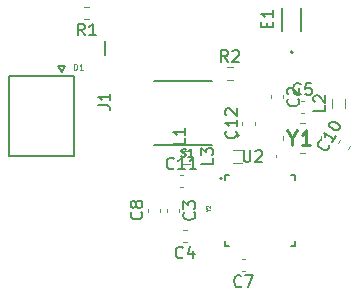
<source format=gbr>
%TF.GenerationSoftware,KiCad,Pcbnew,(6.0.1)*%
%TF.CreationDate,2022-03-21T18:15:36+01:00*%
%TF.ProjectId,KiCad_PCB,4b694361-645f-4504-9342-2e6b69636164,rev?*%
%TF.SameCoordinates,Original*%
%TF.FileFunction,Legend,Top*%
%TF.FilePolarity,Positive*%
%FSLAX46Y46*%
G04 Gerber Fmt 4.6, Leading zero omitted, Abs format (unit mm)*
G04 Created by KiCad (PCBNEW (6.0.1)) date 2022-03-21 18:15:36*
%MOMM*%
%LPD*%
G01*
G04 APERTURE LIST*
%ADD10C,0.150000*%
%ADD11C,0.080100*%
%ADD12C,0.120145*%
%ADD13C,0.254000*%
%ADD14C,0.120000*%
%ADD15C,0.127000*%
%ADD16C,0.200000*%
%ADD17C,0.100000*%
G04 APERTURE END LIST*
D10*
%TO.C,C7*%
X152808333Y-111987142D02*
X152760714Y-112034761D01*
X152617857Y-112082380D01*
X152522619Y-112082380D01*
X152379761Y-112034761D01*
X152284523Y-111939523D01*
X152236904Y-111844285D01*
X152189285Y-111653809D01*
X152189285Y-111510952D01*
X152236904Y-111320476D01*
X152284523Y-111225238D01*
X152379761Y-111130000D01*
X152522619Y-111082380D01*
X152617857Y-111082380D01*
X152760714Y-111130000D01*
X152808333Y-111177619D01*
X153141666Y-111082380D02*
X153808333Y-111082380D01*
X153379761Y-112082380D01*
%TO.C,C10*%
X160236950Y-100049132D02*
X160254379Y-100114180D01*
X160224190Y-100261708D01*
X160176571Y-100344186D01*
X160063903Y-100444095D01*
X159933806Y-100478954D01*
X159827518Y-100472575D01*
X159638751Y-100418576D01*
X159515033Y-100347147D01*
X159373885Y-100210670D01*
X159315216Y-100121812D01*
X159280357Y-99991714D01*
X159310546Y-99844186D01*
X159358165Y-99761708D01*
X159470833Y-99661799D01*
X159535882Y-99644370D01*
X160795619Y-99271964D02*
X160509905Y-99766836D01*
X160652762Y-99519400D02*
X159786736Y-99019400D01*
X159862835Y-99173308D01*
X159897695Y-99303405D01*
X159891315Y-99409693D01*
X160239117Y-98235854D02*
X160286736Y-98153375D01*
X160375595Y-98094706D01*
X160440643Y-98077276D01*
X160546932Y-98083656D01*
X160735698Y-98137655D01*
X160941895Y-98256702D01*
X161083043Y-98393180D01*
X161141712Y-98482038D01*
X161159141Y-98547087D01*
X161152762Y-98653375D01*
X161105143Y-98735854D01*
X161016284Y-98794523D01*
X160951235Y-98811952D01*
X160844947Y-98805573D01*
X160656181Y-98751574D01*
X160449984Y-98632526D01*
X160308836Y-98496049D01*
X160250167Y-98407190D01*
X160232737Y-98342142D01*
X160239117Y-98235854D01*
%TO.C,C12*%
X152327142Y-98867857D02*
X152374761Y-98915476D01*
X152422380Y-99058333D01*
X152422380Y-99153571D01*
X152374761Y-99296428D01*
X152279523Y-99391666D01*
X152184285Y-99439285D01*
X151993809Y-99486904D01*
X151850952Y-99486904D01*
X151660476Y-99439285D01*
X151565238Y-99391666D01*
X151470000Y-99296428D01*
X151422380Y-99153571D01*
X151422380Y-99058333D01*
X151470000Y-98915476D01*
X151517619Y-98867857D01*
X152422380Y-97915476D02*
X152422380Y-98486904D01*
X152422380Y-98201190D02*
X151422380Y-98201190D01*
X151565238Y-98296428D01*
X151660476Y-98391666D01*
X151708095Y-98486904D01*
X151517619Y-97534523D02*
X151470000Y-97486904D01*
X151422380Y-97391666D01*
X151422380Y-97153571D01*
X151470000Y-97058333D01*
X151517619Y-97010714D01*
X151612857Y-96963095D01*
X151708095Y-96963095D01*
X151850952Y-97010714D01*
X152422380Y-97582142D01*
X152422380Y-96963095D01*
%TO.C,L1*%
X148031880Y-99488666D02*
X148031880Y-99964857D01*
X147031880Y-99964857D01*
X148031880Y-98631523D02*
X148031880Y-99202952D01*
X148031880Y-98917238D02*
X147031880Y-98917238D01*
X147174738Y-99012476D01*
X147269976Y-99107714D01*
X147317595Y-99202952D01*
%TO.C,C8*%
X144327142Y-105741666D02*
X144374761Y-105789285D01*
X144422380Y-105932142D01*
X144422380Y-106027380D01*
X144374761Y-106170238D01*
X144279523Y-106265476D01*
X144184285Y-106313095D01*
X143993809Y-106360714D01*
X143850952Y-106360714D01*
X143660476Y-106313095D01*
X143565238Y-106265476D01*
X143470000Y-106170238D01*
X143422380Y-106027380D01*
X143422380Y-105932142D01*
X143470000Y-105789285D01*
X143517619Y-105741666D01*
X143850952Y-105170238D02*
X143803333Y-105265476D01*
X143755714Y-105313095D01*
X143660476Y-105360714D01*
X143612857Y-105360714D01*
X143517619Y-105313095D01*
X143470000Y-105265476D01*
X143422380Y-105170238D01*
X143422380Y-104979761D01*
X143470000Y-104884523D01*
X143517619Y-104836904D01*
X143612857Y-104789285D01*
X143660476Y-104789285D01*
X143755714Y-104836904D01*
X143803333Y-104884523D01*
X143850952Y-104979761D01*
X143850952Y-105170238D01*
X143898571Y-105265476D01*
X143946190Y-105313095D01*
X144041428Y-105360714D01*
X144231904Y-105360714D01*
X144327142Y-105313095D01*
X144374761Y-105265476D01*
X144422380Y-105170238D01*
X144422380Y-104979761D01*
X144374761Y-104884523D01*
X144327142Y-104836904D01*
X144231904Y-104789285D01*
X144041428Y-104789285D01*
X143946190Y-104836904D01*
X143898571Y-104884523D01*
X143850952Y-104979761D01*
D11*
%TO.C,Y2*%
X149990066Y-105573257D02*
X150142637Y-105573257D01*
X149822238Y-105680057D02*
X149990066Y-105573257D01*
X149822238Y-105466458D01*
X149852752Y-105374915D02*
X149837495Y-105359658D01*
X149822238Y-105329144D01*
X149822238Y-105252858D01*
X149837495Y-105222344D01*
X149852752Y-105207087D01*
X149883266Y-105191830D01*
X149913780Y-105191830D01*
X149959552Y-105207087D01*
X150142637Y-105390172D01*
X150142637Y-105191830D01*
D12*
%TO.C,D1*%
X138647004Y-93684214D02*
X138647004Y-93203634D01*
X138761428Y-93203634D01*
X138830082Y-93226519D01*
X138875851Y-93272288D01*
X138898736Y-93318058D01*
X138921621Y-93409597D01*
X138921621Y-93478251D01*
X138898736Y-93569790D01*
X138875851Y-93615559D01*
X138830082Y-93661329D01*
X138761428Y-93684214D01*
X138647004Y-93684214D01*
X139379316Y-93684214D02*
X139104699Y-93684214D01*
X139242008Y-93684214D02*
X139242008Y-93203634D01*
X139196238Y-93272288D01*
X139150468Y-93318058D01*
X139104699Y-93340942D01*
D10*
%TO.C,L2*%
X159902380Y-96704166D02*
X159902380Y-97180357D01*
X158902380Y-97180357D01*
X158997619Y-96418452D02*
X158950000Y-96370833D01*
X158902380Y-96275595D01*
X158902380Y-96037500D01*
X158950000Y-95942261D01*
X158997619Y-95894642D01*
X159092857Y-95847023D01*
X159188095Y-95847023D01*
X159330952Y-95894642D01*
X159902380Y-96466071D01*
X159902380Y-95847023D01*
%TO.C,C3*%
X148787142Y-105766666D02*
X148834761Y-105814285D01*
X148882380Y-105957142D01*
X148882380Y-106052380D01*
X148834761Y-106195238D01*
X148739523Y-106290476D01*
X148644285Y-106338095D01*
X148453809Y-106385714D01*
X148310952Y-106385714D01*
X148120476Y-106338095D01*
X148025238Y-106290476D01*
X147930000Y-106195238D01*
X147882380Y-106052380D01*
X147882380Y-105957142D01*
X147930000Y-105814285D01*
X147977619Y-105766666D01*
X147882380Y-105433333D02*
X147882380Y-104814285D01*
X148263333Y-105147619D01*
X148263333Y-105004761D01*
X148310952Y-104909523D01*
X148358571Y-104861904D01*
X148453809Y-104814285D01*
X148691904Y-104814285D01*
X148787142Y-104861904D01*
X148834761Y-104909523D01*
X148882380Y-105004761D01*
X148882380Y-105290476D01*
X148834761Y-105385714D01*
X148787142Y-105433333D01*
%TO.C,S1*%
X147708380Y-101019235D02*
X147799809Y-101049711D01*
X147952190Y-101049711D01*
X148013142Y-101019235D01*
X148043619Y-100988759D01*
X148074095Y-100927807D01*
X148074095Y-100866854D01*
X148043619Y-100805902D01*
X148013142Y-100775426D01*
X147952190Y-100744949D01*
X147830285Y-100714473D01*
X147769333Y-100683997D01*
X147738857Y-100653521D01*
X147708380Y-100592568D01*
X147708380Y-100531616D01*
X147738857Y-100470664D01*
X147769333Y-100440188D01*
X147830285Y-100409711D01*
X147982666Y-100409711D01*
X148074095Y-100440188D01*
X148683619Y-101049711D02*
X148317904Y-101049711D01*
X148500761Y-101049711D02*
X148500761Y-100409711D01*
X148439809Y-100501140D01*
X148378857Y-100562092D01*
X148317904Y-100592568D01*
%TO.C,E1*%
X154946571Y-90090476D02*
X154946571Y-89757142D01*
X155470380Y-89614285D02*
X155470380Y-90090476D01*
X154470380Y-90090476D01*
X154470380Y-89614285D01*
X155470380Y-88661904D02*
X155470380Y-89233333D01*
X155470380Y-88947619D02*
X154470380Y-88947619D01*
X154613238Y-89042857D01*
X154708476Y-89138095D01*
X154756095Y-89233333D01*
%TO.C,C2*%
X157587142Y-96141666D02*
X157634761Y-96189285D01*
X157682380Y-96332142D01*
X157682380Y-96427380D01*
X157634761Y-96570238D01*
X157539523Y-96665476D01*
X157444285Y-96713095D01*
X157253809Y-96760714D01*
X157110952Y-96760714D01*
X156920476Y-96713095D01*
X156825238Y-96665476D01*
X156730000Y-96570238D01*
X156682380Y-96427380D01*
X156682380Y-96332142D01*
X156730000Y-96189285D01*
X156777619Y-96141666D01*
X156777619Y-95760714D02*
X156730000Y-95713095D01*
X156682380Y-95617857D01*
X156682380Y-95379761D01*
X156730000Y-95284523D01*
X156777619Y-95236904D01*
X156872857Y-95189285D01*
X156968095Y-95189285D01*
X157110952Y-95236904D01*
X157682380Y-95808333D01*
X157682380Y-95189285D01*
D13*
%TO.C,Y1*%
X157120238Y-99469761D02*
X157120238Y-100074523D01*
X156696904Y-98804523D02*
X157120238Y-99469761D01*
X157543571Y-98804523D01*
X158632142Y-100074523D02*
X157906428Y-100074523D01*
X158269285Y-100074523D02*
X158269285Y-98804523D01*
X158148333Y-98985952D01*
X158027380Y-99106904D01*
X157906428Y-99167380D01*
D10*
%TO.C,U2*%
X152989069Y-100487938D02*
X152989069Y-101298648D01*
X153036757Y-101394026D01*
X153084446Y-101441714D01*
X153179824Y-101489403D01*
X153370579Y-101489403D01*
X153465957Y-101441714D01*
X153513645Y-101394026D01*
X153561334Y-101298648D01*
X153561334Y-100487938D01*
X153990534Y-100583316D02*
X154038222Y-100535627D01*
X154133600Y-100487938D01*
X154372044Y-100487938D01*
X154467422Y-100535627D01*
X154515110Y-100583316D01*
X154562799Y-100678693D01*
X154562799Y-100774071D01*
X154515110Y-100917137D01*
X153942845Y-101489403D01*
X154562799Y-101489403D01*
%TO.C,J1*%
X140687380Y-96708333D02*
X141401666Y-96708333D01*
X141544523Y-96755952D01*
X141639761Y-96851190D01*
X141687380Y-96994047D01*
X141687380Y-97089285D01*
X141687380Y-95708333D02*
X141687380Y-96279761D01*
X141687380Y-95994047D02*
X140687380Y-95994047D01*
X140830238Y-96089285D01*
X140925476Y-96184523D01*
X140973095Y-96279761D01*
%TO.C,R2*%
X151658333Y-93022380D02*
X151325000Y-92546190D01*
X151086904Y-93022380D02*
X151086904Y-92022380D01*
X151467857Y-92022380D01*
X151563095Y-92070000D01*
X151610714Y-92117619D01*
X151658333Y-92212857D01*
X151658333Y-92355714D01*
X151610714Y-92450952D01*
X151563095Y-92498571D01*
X151467857Y-92546190D01*
X151086904Y-92546190D01*
X152039285Y-92117619D02*
X152086904Y-92070000D01*
X152182142Y-92022380D01*
X152420238Y-92022380D01*
X152515476Y-92070000D01*
X152563095Y-92117619D01*
X152610714Y-92212857D01*
X152610714Y-92308095D01*
X152563095Y-92450952D01*
X151991666Y-93022380D01*
X152610714Y-93022380D01*
%TO.C,C5*%
X157808333Y-95727142D02*
X157760714Y-95774761D01*
X157617857Y-95822380D01*
X157522619Y-95822380D01*
X157379761Y-95774761D01*
X157284523Y-95679523D01*
X157236904Y-95584285D01*
X157189285Y-95393809D01*
X157189285Y-95250952D01*
X157236904Y-95060476D01*
X157284523Y-94965238D01*
X157379761Y-94870000D01*
X157522619Y-94822380D01*
X157617857Y-94822380D01*
X157760714Y-94870000D01*
X157808333Y-94917619D01*
X158713095Y-94822380D02*
X158236904Y-94822380D01*
X158189285Y-95298571D01*
X158236904Y-95250952D01*
X158332142Y-95203333D01*
X158570238Y-95203333D01*
X158665476Y-95250952D01*
X158713095Y-95298571D01*
X158760714Y-95393809D01*
X158760714Y-95631904D01*
X158713095Y-95727142D01*
X158665476Y-95774761D01*
X158570238Y-95822380D01*
X158332142Y-95822380D01*
X158236904Y-95774761D01*
X158189285Y-95727142D01*
%TO.C,C4*%
X147858333Y-109562142D02*
X147810714Y-109609761D01*
X147667857Y-109657380D01*
X147572619Y-109657380D01*
X147429761Y-109609761D01*
X147334523Y-109514523D01*
X147286904Y-109419285D01*
X147239285Y-109228809D01*
X147239285Y-109085952D01*
X147286904Y-108895476D01*
X147334523Y-108800238D01*
X147429761Y-108705000D01*
X147572619Y-108657380D01*
X147667857Y-108657380D01*
X147810714Y-108705000D01*
X147858333Y-108752619D01*
X148715476Y-108990714D02*
X148715476Y-109657380D01*
X148477380Y-108609761D02*
X148239285Y-109324047D01*
X148858333Y-109324047D01*
%TO.C,L3*%
X150400408Y-101166666D02*
X150400408Y-101642857D01*
X149400408Y-101642857D01*
X149400408Y-100928571D02*
X149400408Y-100309523D01*
X149781361Y-100642857D01*
X149781361Y-100500000D01*
X149828980Y-100404761D01*
X149876599Y-100357142D01*
X149971837Y-100309523D01*
X150209932Y-100309523D01*
X150305170Y-100357142D01*
X150352789Y-100404761D01*
X150400408Y-100500000D01*
X150400408Y-100785714D01*
X150352789Y-100880952D01*
X150305170Y-100928571D01*
%TO.C,C11*%
X147082142Y-102027142D02*
X147034523Y-102074761D01*
X146891666Y-102122380D01*
X146796428Y-102122380D01*
X146653571Y-102074761D01*
X146558333Y-101979523D01*
X146510714Y-101884285D01*
X146463095Y-101693809D01*
X146463095Y-101550952D01*
X146510714Y-101360476D01*
X146558333Y-101265238D01*
X146653571Y-101170000D01*
X146796428Y-101122380D01*
X146891666Y-101122380D01*
X147034523Y-101170000D01*
X147082142Y-101217619D01*
X148034523Y-102122380D02*
X147463095Y-102122380D01*
X147748809Y-102122380D02*
X147748809Y-101122380D01*
X147653571Y-101265238D01*
X147558333Y-101360476D01*
X147463095Y-101408095D01*
X148986904Y-102122380D02*
X148415476Y-102122380D01*
X148701190Y-102122380D02*
X148701190Y-101122380D01*
X148605952Y-101265238D01*
X148510714Y-101360476D01*
X148415476Y-101408095D01*
%TO.C,R1*%
X139533333Y-90782380D02*
X139200000Y-90306190D01*
X138961904Y-90782380D02*
X138961904Y-89782380D01*
X139342857Y-89782380D01*
X139438095Y-89830000D01*
X139485714Y-89877619D01*
X139533333Y-89972857D01*
X139533333Y-90115714D01*
X139485714Y-90210952D01*
X139438095Y-90258571D01*
X139342857Y-90306190D01*
X138961904Y-90306190D01*
X140485714Y-90782380D02*
X139914285Y-90782380D01*
X140200000Y-90782380D02*
X140200000Y-89782380D01*
X140104761Y-89925238D01*
X140009523Y-90020476D01*
X139914285Y-90068095D01*
D14*
%TO.C,C7*%
X153115580Y-109690000D02*
X152834420Y-109690000D01*
X153115580Y-110710000D02*
X152834420Y-110710000D01*
%TO.C,C10*%
X160975537Y-99895576D02*
X161116117Y-99652084D01*
X161858883Y-100405576D02*
X161999463Y-100162084D01*
%TO.C,C12*%
X153910000Y-98365580D02*
X153910000Y-98084420D01*
X152890000Y-98365580D02*
X152890000Y-98084420D01*
%TO.C,L1*%
X147687878Y-101660000D02*
X148487122Y-101660000D01*
X147687878Y-100540000D02*
X148487122Y-100540000D01*
%TO.C,C8*%
X145910000Y-105715580D02*
X145910000Y-105434420D01*
X144890000Y-105715580D02*
X144890000Y-105434420D01*
D15*
%TO.C,D1*%
X141285000Y-92440000D02*
X141285000Y-91240000D01*
D14*
%TO.C,L2*%
X161560000Y-96937122D02*
X161560000Y-96137878D01*
X160440000Y-96937122D02*
X160440000Y-96137878D01*
%TO.C,C3*%
X147510000Y-105459420D02*
X147510000Y-105740580D01*
X146490000Y-105459420D02*
X146490000Y-105740580D01*
D15*
%TO.C,S1*%
X145378000Y-94633788D02*
X150278000Y-94633788D01*
X145378000Y-100073788D02*
X150278000Y-100073788D01*
D16*
X152578000Y-99253788D02*
G75*
G03*
X152578000Y-99253788I-100000J0D01*
G01*
D15*
%TO.C,E1*%
X156250000Y-90380000D02*
X156250000Y-88420000D01*
X157850000Y-90380000D02*
X157850000Y-88420000D01*
D16*
X157150000Y-92200000D02*
G75*
G03*
X157150000Y-92200000I-100000J0D01*
G01*
D14*
%TO.C,C2*%
X155290000Y-95834420D02*
X155290000Y-96115580D01*
X156310000Y-95834420D02*
X156310000Y-96115580D01*
D17*
%TO.C,Y1*%
X156350000Y-99650000D02*
X156350000Y-99250000D01*
X155750000Y-101050000D02*
X155750000Y-101050000D01*
X155750000Y-100950000D02*
X155750000Y-100950000D01*
X157750000Y-98200000D02*
X158150000Y-98200000D01*
X157750000Y-100700000D02*
X158150000Y-100700000D01*
X159550000Y-99650000D02*
X159550000Y-99250000D01*
X155750000Y-100950000D02*
G75*
G03*
X155750000Y-101050000I0J-50000D01*
G01*
X155750000Y-101050000D02*
G75*
G03*
X155750000Y-100950000I0J50000D01*
G01*
D15*
%TO.C,U2*%
X157378000Y-108578000D02*
X156978000Y-108578000D01*
X151778000Y-108578000D02*
X151378000Y-108578000D01*
X156978000Y-102578000D02*
X157378000Y-102578000D01*
X151378000Y-108578000D02*
X151378000Y-108178000D01*
X157378000Y-102578000D02*
X157378000Y-102978000D01*
X151378000Y-102978000D02*
X151378000Y-102578000D01*
X151378000Y-102578000D02*
X151778000Y-102578000D01*
X157378000Y-108178000D02*
X157378000Y-108578000D01*
X151141500Y-102878000D02*
G75*
G03*
X151141500Y-102878000I-63500J0D01*
G01*
%TO.C,J1*%
X138650000Y-94200000D02*
X138650000Y-100950000D01*
X137600000Y-93900000D02*
X137300000Y-93400000D01*
X138650000Y-100950000D02*
X133150000Y-100950000D01*
X137900000Y-93400000D02*
X137600000Y-93900000D01*
X133150000Y-100950000D02*
X133150000Y-94200000D01*
X133150000Y-94200000D02*
X138650000Y-94200000D01*
X137300000Y-93400000D02*
X137900000Y-93400000D01*
D14*
%TO.C,R2*%
X151587742Y-94522500D02*
X152062258Y-94522500D01*
X151587742Y-93477500D02*
X152062258Y-93477500D01*
%TO.C,C5*%
X157834420Y-97310000D02*
X158115580Y-97310000D01*
X157834420Y-96290000D02*
X158115580Y-96290000D01*
%TO.C,C4*%
X148165580Y-108285000D02*
X147884420Y-108285000D01*
X148165580Y-107265000D02*
X147884420Y-107265000D01*
%TO.C,L3*%
X152062878Y-100440000D02*
X152862122Y-100440000D01*
X152062878Y-101560000D02*
X152862122Y-101560000D01*
%TO.C,C11*%
X147584420Y-103610000D02*
X147865580Y-103610000D01*
X147584420Y-102590000D02*
X147865580Y-102590000D01*
%TO.C,R1*%
X139937258Y-88377500D02*
X139462742Y-88377500D01*
X139937258Y-89422500D02*
X139462742Y-89422500D01*
%TD*%
M02*

</source>
